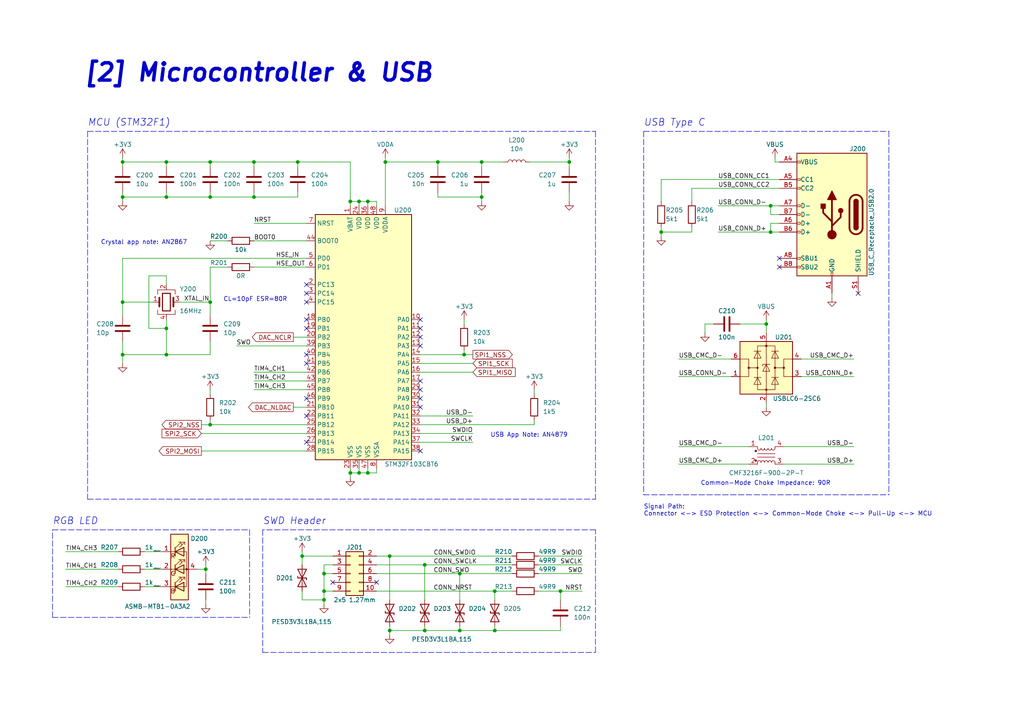
<source format=kicad_sch>
(kicad_sch (version 20231120) (generator "eeschema") (generator_version "8.0")
  (paper "A4")
  (title_block (title "Mixed-Signal Demo PCB") (date "2021-12-24") (rev "0.1") (company "Phil's Lab"))
  (lib_symbols
    (symbol "Connector:USB_C_Receptacle_USB2.0" (pin_names (offset 1.016))
      (property "Reference" "J" (at -10.16 19.05 0))
      (property "Value" "USB_C_Receptacle_USB2.0" (at 19.05 19.05 0))
      (symbol "USB_C_Receptacle_USB2.0_0_0"
        (rectangle (start -0.254 -17.78) (end 0.254 -16.764))
        (rectangle (start 10.16 -14.986) (end 9.144 -15.494))
        (rectangle (start 10.16 -12.446) (end 9.144 -12.954))
        (rectangle (start 10.16 -4.826) (end 9.144 -5.334))
        (rectangle (start 10.16 -2.286) (end 9.144 -2.794))
        (rectangle (start 10.16 0.254) (end 9.144 -0.254))
        (rectangle (start 10.16 2.794) (end 9.144 2.286))
        (rectangle (start 10.16 7.874) (end 9.144 7.366))
        (rectangle (start 10.16 10.414) (end 9.144 9.906))
        (rectangle (start 10.16 15.494) (end 9.144 14.986))
      )
      (symbol "USB_C_Receptacle_USB2.0_0_1"
        (rectangle (start -10.16 17.78) (end 10.16 -17.78) (stroke (width 0.254)) (fill (type background)))
        (arc (start -8.89 -3.81) (mid -6.985 -5.7066) (end -5.08 -3.81) (stroke (width 0.508)))
        (arc (start -7.62 -3.81) (mid -6.985 -4.4422) (end -6.35 -3.81) (stroke (width 0.254)))
        (arc (start -7.62 -3.81) (mid -6.985 -4.4422) (end -6.35 -3.81) (stroke (width 0.254)) (fill (type outline)))
        (rectangle (start -7.62 -3.81) (end -6.35 3.81) (stroke (width 0.254)) (fill (type outline)))
        (arc (start -6.35 3.81) (mid -6.985 4.4422) (end -7.62 3.81) (stroke (width 0.254)))
        (arc (start -6.35 3.81) (mid -6.985 4.4422) (end -7.62 3.81) (stroke (width 0.254)) (fill (type outline)))
        (arc (start -5.08 3.81) (mid -6.985 5.7066) (end -8.89 3.81) (stroke (width 0.508)))
        (circle (center -2.54 1.143) (radius 0.635) (stroke (width 0.254)) (fill (type outline)))
        (circle (center 0 -5.842) (radius 1.27) (fill (type outline)))
        (polyline (pts (xy -8.89 -3.81) (xy -8.89 3.81)) (stroke (width 0.508)))
        (polyline (pts (xy -5.08 3.81) (xy -5.08 -3.81)) (stroke (width 0.508)))
        (polyline (pts (xy 0 -5.842) (xy 0 4.318)) (stroke (width 0.508)))
        (polyline (pts (xy 0 -3.302) (xy -2.54 -0.762) (xy -2.54 0.508)) (stroke (width 0.508)))
        (polyline (pts (xy 0 -2.032) (xy 2.54 0.508) (xy 2.54 1.778)) (stroke (width 0.508)))
        (polyline (pts (xy -1.27 4.318) (xy 0 6.858) (xy 1.27 4.318) (xy -1.27 4.318)) (stroke (width 0.254)) (fill (type outline)))
        (rectangle (start 1.905 1.778) (end 3.175 3.048) (stroke (width 0.254)) (fill (type outline)))
      )
      (symbol "USB_C_Receptacle_USB2.0_1_1"
        (pin passive line (at 0 -22.86 90) (length 5.08) (name "GND") (number "A1"))
        (pin passive line (at 0 -22.86 90) (length 5.08) hide (name "GND") (number "A12"))
        (pin passive line (at 15.24 15.24 180) (length 5.08) (name "VBUS") (number "A4"))
        (pin bidirectional line (at 15.24 10.16 180) (length 5.08) (name "CC1") (number "A5"))
        (pin bidirectional line (at 15.24 -2.54 180) (length 5.08) (name "D+") (number "A6"))
        (pin bidirectional line (at 15.24 2.54 180) (length 5.08) (name "D-") (number "A7"))
        (pin bidirectional line (at 15.24 -12.7 180) (length 5.08) (name "SBU1") (number "A8"))
        (pin passive line (at 15.24 15.24 180) (length 5.08) hide (name "VBUS") (number "A9"))
        (pin passive line (at 0 -22.86 90) (length 5.08) hide (name "GND") (number "B1"))
        (pin passive line (at 0 -22.86 90) (length 5.08) hide (name "GND") (number "B12"))
        (pin passive line (at 15.24 15.24 180) (length 5.08) hide (name "VBUS") (number "B4"))
        (pin bidirectional line (at 15.24 7.62 180) (length 5.08) (name "CC2") (number "B5"))
        (pin bidirectional line (at 15.24 -5.08 180) (length 5.08) (name "D+") (number "B6"))
        (pin bidirectional line (at 15.24 0 180) (length 5.08) (name "D-") (number "B7"))
        (pin bidirectional line (at 15.24 -15.24 180) (length 5.08) (name "SBU2") (number "B8"))
        (pin passive line (at 15.24 15.24 180) (length 5.08) hide (name "VBUS") (number "B9"))
        (pin passive line (at -7.62 -22.86 90) (length 5.08) (name "SHIELD") (number "S1"))
      )
    )
    (symbol "Connector_Generic:Conn_02x05_Odd_Even" (pin_names (offset 1.016) hide)
      (property "Reference" "J" (at 1.27 7.62 0))
      (property "Value" "Conn_02x05_Odd_Even" (at 1.27 -7.62 0))
      (symbol "Conn_02x05_Odd_Even_1_1"
        (rectangle (start -1.27 -4.953) (end 0 -5.207) (stroke (width 0.1524)))
        (rectangle (start -1.27 -2.413) (end 0 -2.667) (stroke (width 0.1524)))
        (rectangle (start -1.27 0.127) (end 0 -0.127) (stroke (width 0.1524)))
        (rectangle (start -1.27 2.667) (end 0 2.413) (stroke (width 0.1524)))
        (rectangle (start -1.27 5.207) (end 0 4.953) (stroke (width 0.1524)))
        (rectangle (start -1.27 6.35) (end 3.81 -6.35) (stroke (width 0.254)) (fill (type background)))
        (rectangle (start 3.81 -4.953) (end 2.54 -5.207) (stroke (width 0.1524)))
        (rectangle (start 3.81 -2.413) (end 2.54 -2.667) (stroke (width 0.1524)))
        (rectangle (start 3.81 0.127) (end 2.54 -0.127) (stroke (width 0.1524)))
        (rectangle (start 3.81 2.667) (end 2.54 2.413) (stroke (width 0.1524)))
        (rectangle (start 3.81 5.207) (end 2.54 4.953) (stroke (width 0.1524)))
        (pin passive line (at -5.08 5.08 0) (length 3.81) (name "Pin_1") (number "1"))
        (pin passive line (at 7.62 -5.08 180) (length 3.81) (name "Pin_10") (number "10"))
        (pin passive line (at 7.62 5.08 180) (length 3.81) (name "Pin_2") (number "2"))
        (pin passive line (at -5.08 2.54 0) (length 3.81) (name "Pin_3") (number "3"))
        (pin passive line (at 7.62 2.54 180) (length 3.81) (name "Pin_4") (number "4"))
        (pin passive line (at -5.08 0 0) (length 3.81) (name "Pin_5") (number "5"))
        (pin passive line (at 7.62 0 180) (length 3.81) (name "Pin_6") (number "6"))
        (pin passive line (at -5.08 -2.54 0) (length 3.81) (name "Pin_7") (number "7"))
        (pin passive line (at 7.62 -2.54 180) (length 3.81) (name "Pin_8") (number "8"))
        (pin passive line (at -5.08 -5.08 0) (length 3.81) (name "Pin_9") (number "9"))
      )
    )
    (symbol "Device:C" (pin_numbers hide) (pin_names (offset 0.254))
      (property "Reference" "C" (at 0.635 2.54 0))
      (property "Value" "C" (at 0.635 -2.54 0))
      (symbol "C_0_1"
        (polyline (pts (xy -2.032 -0.762) (xy 2.032 -0.762)) (stroke (width 0.508)))
        (polyline (pts (xy -2.032 0.762) (xy 2.032 0.762)) (stroke (width 0.508)))
      )
      (symbol "C_1_1"
        (pin passive line (at 0 3.81 270) (length 2.794) (name "~") (number "1"))
        (pin passive line (at 0 -3.81 90) (length 2.794) (name "~") (number "2"))
      )
    )
    (symbol "Device:Crystal_GND24" (pin_names (offset 1.016) hide)
      (property "Reference" "Y" (at 3.175 5.08 0))
      (property "Value" "Crystal_GND24" (at 3.175 3.175 0))
      (symbol "Crystal_GND24_0_1"
        (rectangle (start -1.143 2.54) (end 1.143 -2.54) (stroke (width 0.3048)))
        (polyline (pts (xy -2.54 0) (xy -2.032 0)))
        (polyline (pts (xy -2.032 -1.27) (xy -2.032 1.27)) (stroke (width 0.508)))
        (polyline (pts (xy 0 -3.81) (xy 0 -3.556)))
        (polyline (pts (xy 0 3.556) (xy 0 3.81)))
        (polyline (pts (xy 2.032 -1.27) (xy 2.032 1.27)) (stroke (width 0.508)))
        (polyline (pts (xy 2.032 0) (xy 2.54 0)))
        (polyline (pts (xy -2.54 -2.286) (xy -2.54 -3.556) (xy 2.54 -3.556) (xy 2.54 -2.286)))
        (polyline (pts (xy -2.54 2.286) (xy -2.54 3.556) (xy 2.54 3.556) (xy 2.54 2.286)))
      )
      (symbol "Crystal_GND24_1_1"
        (pin passive line (at -3.81 0 0) (length 1.27) (name "1") (number "1"))
        (pin passive line (at 0 5.08 270) (length 1.27) (name "2") (number "2"))
        (pin passive line (at 3.81 0 180) (length 1.27) (name "3") (number "3"))
        (pin passive line (at 0 -5.08 90) (length 1.27) (name "4") (number "4"))
      )
    )
    (symbol "Device:D_TVS" (pin_numbers hide) (pin_names (offset 1.016) hide)
      (property "Reference" "D" (at 0 2.54 0))
      (property "Value" "D_TVS" (at 0 -2.54 0))
      (symbol "D_TVS_0_1"
        (polyline (pts (xy 1.27 0) (xy -1.27 0)))
        (polyline (pts (xy 0.508 1.27) (xy 0 1.27) (xy 0 -1.27) (xy -0.508 -1.27)) (stroke (width 0.254)))
        (polyline (pts (xy -2.54 1.27) (xy -2.54 -1.27) (xy 2.54 1.27) (xy 2.54 -1.27) (xy -2.54 1.27)) (stroke (width 0.254)))
      )
      (symbol "D_TVS_1_1"
        (pin passive line (at -3.81 0 0) (length 2.54) (name "A1") (number "1"))
        (pin passive line (at 3.81 0 180) (length 2.54) (name "A2") (number "2"))
      )
    )
    (symbol "Device:EMI_Filter_LL_1423" (pin_names hide)
      (property "Reference" "FL" (at 0 4.445 0))
      (property "Value" "Device_EMI_Filter_LL_1423" (at 0 -4.445 0))
      (symbol "EMI_Filter_LL_1423_0_1"
        (circle (center -3.048 -1.27) (radius 0.254) (fill (type outline)))
        (circle (center -3.048 1.524) (radius 0.254) (fill (type outline)))
        (arc (start -2.54 2.032) (mid -2.032 1.5262) (end -1.524 2.032))
        (arc (start -1.524 -2.032) (mid -2.032 -1.5262) (end -2.54 -2.032))
        (arc (start -1.524 2.032) (mid -1.016 1.5262) (end -0.508 2.032))
        (arc (start -0.508 -2.032) (mid -1.016 -1.5262) (end -1.524 -2.032))
        (arc (start -0.508 2.032) (mid 0 1.5262) (end 0.508 2.032))
        (polyline (pts (xy -2.54 -2.032) (xy -2.54 -2.54)))
        (polyline (pts (xy -2.54 0.508) (xy 2.54 0.508)))
        (polyline (pts (xy -2.54 2.032) (xy -2.54 2.54)))
        (polyline (pts (xy 2.54 -2.032) (xy 2.54 -2.54)))
        (polyline (pts (xy 2.54 -0.508) (xy -2.54 -0.508)))
        (polyline (pts (xy 2.54 2.54) (xy 2.54 2.032)))
        (arc (start 0.508 -2.032) (mid 0 -1.5262) (end -0.508 -2.032))
        (arc (start 0.508 2.032) (mid 1.016 1.5262) (end 1.524 2.032))
        (arc (start 1.524 -2.032) (mid 1.016 -1.5262) (end 0.508 -2.032))
        (arc (start 1.524 2.032) (mid 2.032 1.5262) (end 2.54 2.032))
        (arc (start 2.54 -2.032) (mid 2.032 -1.5262) (end 1.524 -2.032))
      )
      (symbol "EMI_Filter_LL_1423_1_1"
        (pin passive line (at -5.08 -2.54 0) (length 2.54) (name "1") (number "1"))
        (pin passive line (at -5.08 2.54 0) (length 2.54) (name "2") (number "2"))
        (pin passive line (at 5.08 2.54 180) (length 2.54) (name "3") (number "3"))
        (pin passive line (at 5.08 -2.54 180) (length 2.54) (name "4") (number "4"))
      )
    )
    (symbol "Device:L" (pin_numbers hide) (pin_names (offset 1.016) hide)
      (property "Reference" "L" (at -1.27 0 90))
      (property "Value" "L" (at 1.905 0 90))
      (symbol "L_0_1"
        (arc (start 0 -2.54) (mid 0.6323 -1.905) (end 0 -1.27))
        (arc (start 0 -1.27) (mid 0.6323 -0.635) (end 0 0))
        (arc (start 0 0) (mid 0.6323 0.635) (end 0 1.27))
        (arc (start 0 1.27) (mid 0.6323 1.905) (end 0 2.54))
      )
      (symbol "L_1_1"
        (pin passive line (at 0 3.81 270) (length 1.27) (name "1") (number "1"))
        (pin passive line (at 0 -3.81 90) (length 1.27) (name "2") (number "2"))
      )
    )
    (symbol "Device:R" (pin_numbers hide) (pin_names (offset 0))
      (property "Reference" "R" (at 2.032 0 90))
      (property "Value" "R" (at 0 0 90))
      (symbol "R_0_1"
        (rectangle (start -1.016 -2.54) (end 1.016 2.54) (stroke (width 0.254)))
      )
      (symbol "R_1_1"
        (pin passive line (at 0 3.81 270) (length 1.27) (name "~") (number "1"))
        (pin passive line (at 0 -3.81 90) (length 1.27) (name "~") (number "2"))
      )
    )
    (symbol "LED:ASMB-MTB1-0A3A2" (pin_names (offset 0) hide)
      (property "Reference" "D" (at 0 12.7 0))
      (property "Value" "ASMB-MTB1-0A3A2" (at 1.27 -11.43 0))
      (symbol "ASMB-MTB1-0A3A2_0_0"
        (text "B" (at -1.905 -6.35 0) (effects (font (size 1.27 1.27))))
        (text "G" (at -1.905 -1.27 0) (effects (font (size 1.27 1.27))))
        (text "R" (at -1.905 3.81 0) (effects (font (size 1.27 1.27))))
      )
      (symbol "ASMB-MTB1-0A3A2_0_1"
        (polyline (pts (xy -2.54 -5.08) (xy 1.27 -5.08)))
        (polyline (pts (xy -1.27 -3.81) (xy -1.27 -6.35)) (stroke (width 0.254)))
        (polyline (pts (xy -1.27 1.27) (xy -1.27 -1.27)) (stroke (width 0.254)))
        (polyline (pts (xy -1.27 6.35) (xy -1.27 3.81)) (stroke (width 0.254)))
        (polyline (pts (xy 1.27 5.08) (xy -2.54 5.08)))
        (polyline (pts (xy 2.54 0) (xy -2.54 0)))
        (polyline (pts (xy 1.27 -5.08) (xy 2.032 -5.08) (xy 2.032 5.08) (xy 1.27 5.08)))
        (polyline (pts (xy 1.27 -3.81) (xy 1.27 -6.35) (xy -1.27 -5.08) (xy 1.27 -3.81)) (stroke (width 0.254)))
        (polyline (pts (xy 1.27 1.27) (xy 1.27 -1.27) (xy -1.27 0) (xy 1.27 1.27)) (stroke (width 0.254)))
        (polyline (pts (xy 1.27 6.35) (xy 1.27 3.81) (xy -1.27 5.08) (xy 1.27 6.35)) (stroke (width 0.254)))
        (polyline (pts (xy -1.016 -3.81) (xy 0.508 -2.286) (xy -0.254 -2.286) (xy 0.508 -2.286) (xy 0.508 -3.048)))
        (polyline (pts (xy -1.016 1.27) (xy 0.508 2.794) (xy -0.254 2.794) (xy 0.508 2.794) (xy 0.508 2.032)))
        (polyline (pts (xy -1.016 6.35) (xy 0.508 7.874) (xy -0.254 7.874) (xy 0.508 7.874) (xy 0.508 7.112)))
        (polyline (pts (xy 0 -3.81) (xy 1.524 -2.286) (xy 0.762 -2.286) (xy 1.524 -2.286) (xy 1.524 -3.048)))
        (polyline (pts (xy 0 1.27) (xy 1.524 2.794) (xy 0.762 2.794) (xy 1.524 2.794) (xy 1.524 2.032)))
        (polyline (pts (xy 0 6.35) (xy 1.524 7.874) (xy 0.762 7.874) (xy 1.524 7.874) (xy 1.524 7.112)))
        (rectangle (start 1.27 6.35) (end 1.27 6.35))
        (circle (center 2.032 0) (radius 0.254) (fill (type outline)))
        (rectangle (start 2.54 -8.89) (end -2.54 10.16) (stroke (width 0.254)) (fill (type background)))
      )
      (symbol "ASMB-MTB1-0A3A2_1_1"
        (pin passive line (at -5.08 5.08 0) (length 2.54) (name "RK") (number "1"))
        (pin passive line (at -5.08 0 0) (length 2.54) (name "GK") (number "2"))
        (pin passive line (at -5.08 -5.08 0) (length 2.54) (name "BK") (number "3"))
        (pin passive line (at 5.08 0 180) (length 2.54) (name "A") (number "4"))
      )
    )
    (symbol "MCU_ST_STM32F1:STM32F103CBTx"
      (property "Reference" "U" (at -15.24 36.83 0))
      (property "Value" "STM32F103CBTx" (at 7.62 36.83 0))
      (symbol "STM32F103CBTx_0_1"
        (rectangle (start -15.24 -35.56) (end 12.7 35.56) (stroke (width 0.254)) (fill (type background)))
      )
      (symbol "STM32F103CBTx_1_1"
        (pin power_in line (at -5.08 38.1 270) (length 2.54) (name "VBAT") (number "1"))
        (pin bidirectional line (at 15.24 5.08 180) (length 2.54) (name "PA0") (number "10"))
        (pin bidirectional line (at 15.24 2.54 180) (length 2.54) (name "PA1") (number "11"))
        (pin bidirectional line (at 15.24 0 180) (length 2.54) (name "PA2") (number "12"))
        (pin bidirectional line (at 15.24 -2.54 180) (length 2.54) (name "PA3") (number "13"))
        (pin bidirectional line (at 15.24 -5.08 180) (length 2.54) (name "PA4") (number "14"))
        (pin bidirectional line (at 15.24 -7.62 180) (length 2.54) (name "PA5") (number "15"))
        (pin bidirectional line (at 15.24 -10.16 180) (length 2.54) (name "PA6") (number "16"))
        (pin bidirectional line (at 15.24 -12.7 180) (length 2.54) (name "PA7") (number "17"))
        (pin bidirectional line (at -17.78 5.08 0) (length 2.54) (name "PB0") (number "18"))
        (pin bidirectional line (at -17.78 2.54 0) (length 2.54) (name "PB1") (number "19"))
        (pin bidirectional line (at -17.78 15.24 0) (length 2.54) (name "PC13") (number "2"))
        (pin bidirectional line (at -17.78 0 0) (length 2.54) (name "PB2") (number "20"))
        (pin bidirectional line (at -17.78 -20.32 0) (length 2.54) (name "PB10") (number "21"))
        (pin bidirectional line (at -17.78 -22.86 0) (length 2.54) (name "PB11") (number "22"))
        (pin power_in line (at -5.08 -38.1 90) (length 2.54) (name "VSS") (number "23"))
        (pin power_in line (at -2.54 38.1 270) (length 2.54) (name "VDD") (number "24"))
        (pin bidirectional line (at -17.78 -25.4 0) (length 2.54) (name "PB12") (number "25"))
        (pin bidirectional line (at -17.78 -27.94 0) (length 2.54) (name "PB13") (number "26"))
        (pin bidirectional line (at -17.78 -30.48 0) (length 2.54) (name "PB14") (number "27"))
        (pin bidirectional line (at -17.78 -33.02 0) (length 2.54) (name "PB15") (number "28"))
        (pin bidirectional line (at 15.24 -15.24 180) (length 2.54) (name "PA8") (number "29"))
        (pin bidirectional line (at -17.78 12.7 0) (length 2.54) (name "PC14") (number "3"))
        (pin bidirectional line (at 15.24 -17.78 180) (length 2.54) (name "PA9") (number "30"))
        (pin bidirectional line (at 15.24 -20.32 180) (length 2.54) (name "PA10") (number "31"))
        (pin bidirectional line (at 15.24 -22.86 180) (length 2.54) (name "PA11") (number "32"))
        (pin bidirectional line (at 15.24 -25.4 180) (length 2.54) (name "PA12") (number "33"))
        (pin bidirectional line (at 15.24 -27.94 180) (length 2.54) (name "PA13") (number "34"))
        (pin power_in line (at -2.54 -38.1 90) (length 2.54) (name "VSS") (number "35"))
        (pin power_in line (at 0 38.1 270) (length 2.54) (name "VDD") (number "36"))
        (pin bidirectional line (at 15.24 -30.48 180) (length 2.54) (name "PA14") (number "37"))
        (pin bidirectional line (at 15.24 -33.02 180) (length 2.54) (name "PA15") (number "38"))
        (pin bidirectional line (at -17.78 -2.54 0) (length 2.54) (name "PB3") (number "39"))
        (pin bidirectional line (at -17.78 10.16 0) (length 2.54) (name "PC15") (number "4"))
        (pin bidirectional line (at -17.78 -5.08 0) (length 2.54) (name "PB4") (number "40"))
        (pin bidirectional line (at -17.78 -7.62 0) (length 2.54) (name "PB5") (number "41"))
        (pin bidirectional line (at -17.78 -10.16 0) (length 2.54) (name "PB6") (number "42"))
        (pin bidirectional line (at -17.78 -12.7 0) (length 2.54) (name "PB7") (number "43"))
        (pin input line (at -17.78 27.94 0) (length 2.54) (name "BOOT0") (number "44"))
        (pin bidirectional line (at -17.78 -15.24 0) (length 2.54) (name "PB8") (number "45"))
        (pin bidirectional line (at -17.78 -17.78 0) (length 2.54) (name "PB9") (number "46"))
        (pin power_in line (at 0 -38.1 90) (length 2.54) (name "VSS") (number "47"))
        (pin power_in line (at 2.54 38.1 270) (length 2.54) (name "VDD") (number "48"))
        (pin input line (at -17.78 22.86 0) (length 2.54) (name "PD0") (number "5"))
        (pin input line (at -17.78 20.32 0) (length 2.54) (name "PD1") (number "6"))
        (pin input line (at -17.78 33.02 0) (length 2.54) (name "NRST") (number "7"))
        (pin power_in line (at 2.54 -38.1 90) (length 2.54) (name "VSSA") (number "8"))
        (pin power_in line (at 5.08 38.1 270) (length 2.54) (name "VDDA") (number "9"))
      )
    )
    (symbol "Power_Protection:USBLC6-2SC6" (pin_names hide)
      (property "Reference" "U" (at 2.54 8.89 0))
      (property "Value" "USBLC6-2SC6" (at 2.54 -8.89 0))
      (symbol "USBLC6-2SC6_0_1"
        (rectangle (start -7.62 -7.62) (end 7.62 7.62) (stroke (width 0.254)) (fill (type background)))
        (circle (center -5.08 0) (radius 0.254) (fill (type outline)))
        (circle (center -2.54 0) (radius 0.254) (fill (type outline)))
        (rectangle (start -2.54 6.35) (end 2.54 -6.35))
        (circle (center 0 -6.35) (radius 0.254) (fill (type outline)))
        (polyline (pts (xy -5.08 -2.54) (xy -7.62 -2.54)))
        (polyline (pts (xy -5.08 0) (xy -5.08 -2.54)))
        (polyline (pts (xy -5.08 2.54) (xy -7.62 2.54)))
        (polyline (pts (xy -1.524 -2.794) (xy -3.556 -2.794)))
        (polyline (pts (xy -1.524 4.826) (xy -3.556 4.826)))
        (polyline (pts (xy 0 -7.62) (xy 0 -6.35)))
        (polyline (pts (xy 0 -6.35) (xy 0 1.27)))
        (polyline (pts (xy 0 1.27) (xy 0 6.35)))
        (polyline (pts (xy 0 6.35) (xy 0 7.62)))
        (polyline (pts (xy 1.524 -2.794) (xy 3.556 -2.794)))
        (polyline (pts (xy 1.524 4.826) (xy 3.556 4.826)))
        (polyline (pts (xy 5.08 -2.54) (xy 7.62 -2.54)))
        (polyline (pts (xy 5.08 0) (xy 5.08 -2.54)))
        (polyline (pts (xy 5.08 2.54) (xy 7.62 2.54)))
        (polyline (pts (xy -2.54 0) (xy -5.08 0) (xy -5.08 2.54)))
        (polyline (pts (xy 2.54 0) (xy 5.08 0) (xy 5.08 2.54)))
        (polyline (pts (xy -3.556 -4.826) (xy -1.524 -4.826) (xy -2.54 -2.794) (xy -3.556 -4.826)))
        (polyline (pts (xy -3.556 2.794) (xy -1.524 2.794) (xy -2.54 4.826) (xy -3.556 2.794)))
        (polyline (pts (xy -1.016 -1.016) (xy 1.016 -1.016) (xy 0 1.016) (xy -1.016 -1.016)))
        (polyline (pts (xy 1.016 1.016) (xy 0.762 1.016) (xy -1.016 1.016) (xy -1.016 0.508)))
        (polyline (pts (xy 3.556 -4.826) (xy 1.524 -4.826) (xy 2.54 -2.794) (xy 3.556 -4.826)))
        (polyline (pts (xy 3.556 2.794) (xy 1.524 2.794) (xy 2.54 4.826) (xy 3.556 2.794)))
        (circle (center 0 6.35) (radius 0.254) (fill (type outline)))
        (circle (center 2.54 0) (radius 0.254) (fill (type outline)))
        (circle (center 5.08 0) (radius 0.254) (fill (type outline)))
      )
      (symbol "USBLC6-2SC6_1_1"
        (pin passive line (at -10.16 -2.54 0) (length 2.54) (name "I/O1") (number "1"))
        (pin passive line (at 0 -10.16 90) (length 2.54) (name "GND") (number "2"))
        (pin passive line (at 10.16 -2.54 180) (length 2.54) (name "I/O2") (number "3"))
        (pin passive line (at 10.16 2.54 180) (length 2.54) (name "I/O2") (number "4"))
        (pin passive line (at 0 10.16 270) (length 2.54) (name "VBUS") (number "5"))
        (pin passive line (at -10.16 2.54 0) (length 2.54) (name "I/O1") (number "6"))
      )
    )
    (symbol "power:+3V3" (power) (pin_names (offset 0))
      (property "Value" "+3V3" (at 0 3.556 0))
      (symbol "+3V3_0_1"
        (polyline (pts (xy -0.762 1.27) (xy 0 2.54)))
        (polyline (pts (xy 0 0) (xy 0 2.54)))
        (polyline (pts (xy 0 2.54) (xy 0.762 1.27)))
      )
      (symbol "+3V3_1_1"
        (pin power_in line (at 0 0 90) (length 0) hide (name "+3V3") (number "1"))
      )
    )
    (symbol "power:GND" (power) (pin_names (offset 0))
      (property "Value" "GND" (at 0 -3.81 0))
      (symbol "GND_0_1"
        (polyline (pts (xy 0 0) (xy 0 -1.27) (xy 1.27 -1.27) (xy 0 -2.54) (xy -1.27 -1.27) (xy 0 -1.27)))
      )
      (symbol "GND_1_1"
        (pin power_in line (at 0 0 270) (length 0) hide (name "GND") (number "1"))
      )
    )
    (symbol "power:VBUS" (power) (pin_names (offset 0))
      (property "Value" "VBUS" (at 0 3.81 0))
      (symbol "VBUS_0_1"
        (polyline (pts (xy -0.762 1.27) (xy 0 2.54)))
        (polyline (pts (xy 0 0) (xy 0 2.54)))
        (polyline (pts (xy 0 2.54) (xy 0.762 1.27)))
      )
      (symbol "VBUS_1_1"
        (pin power_in line (at 0 0 90) (length 0) hide (name "VBUS") (number "1"))
      )
    )
    (symbol "power:VDDA" (power) (pin_names (offset 0))
      (property "Value" "VDDA" (at 0 3.81 0))
      (symbol "VDDA_0_1"
        (polyline (pts (xy -0.762 1.27) (xy 0 2.54)))
        (polyline (pts (xy 0 0) (xy 0 2.54)))
        (polyline (pts (xy 0 2.54) (xy 0.762 1.27)))
      )
      (symbol "VDDA_1_1"
        (pin power_in line (at 0 0 90) (length 0) hide (name "VDDA") (number "1"))
      )
    )
  )
  (junction (at 48.26 46.99))
  (junction (at 48.26 57.15))
  (junction (at 139.7 46.99))
  (junction (at 139.7 57.15))
  (junction (at 35.56 102.87))
  (junction (at 165.1 46.99))
  (junction (at 133.35 166.37))
  (junction (at 143.51 182.88))
  (junction (at 191.77 67.31))
  (junction (at 123.19 182.88))
  (junction (at 143.51 171.45))
  (junction (at 223.52 67.31))
  (junction (at 93.98 171.45))
  (junction (at 59.69 165.1))
  (junction (at 35.56 87.63))
  (junction (at 48.26 95.25))
  (junction (at 101.6 58.42))
  (junction (at 87.63 161.29))
  (junction (at 104.14 58.42))
  (junction (at 86.36 46.99))
  (junction (at 60.96 87.63))
  (junction (at 60.96 46.99))
  (junction (at 35.56 46.99))
  (junction (at 222.25 93.98))
  (junction (at 35.56 57.15))
  (junction (at 127 46.99))
  (junction (at 123.19 163.83))
  (junction (at 48.26 102.87))
  (junction (at 73.66 46.99))
  (junction (at 223.52 59.69))
  (junction (at 73.66 57.15))
  (junction (at 113.03 182.88))
  (junction (at 111.76 46.99))
  (junction (at 104.14 137.16))
  (junction (at 133.35 182.88))
  (junction (at 60.96 123.19))
  (junction (at 101.6 137.16))
  (junction (at 162.56 171.45))
  (junction (at 106.68 137.16))
  (junction (at 134.62 102.87))
  (junction (at 113.03 161.29))
  (junction (at 106.68 58.42))
  (junction (at 93.98 173.99))
  (junction (at 60.96 57.15))
  (junction (at 93.98 166.37))
  (no_connect (at 88.9 95.25))
  (no_connect (at 88.9 92.71))
  (no_connect (at 109.22 168.91))
  (no_connect (at 248.92 85.09))
  (no_connect (at 121.92 115.57))
  (no_connect (at 88.9 82.55))
  (no_connect (at 121.92 118.11))
  (no_connect (at 121.92 97.79))
  (no_connect (at 121.92 130.81))
  (no_connect (at 121.92 113.03))
  (no_connect (at 88.9 120.65))
  (no_connect (at 121.92 92.71))
  (no_connect (at 226.06 77.47))
  (no_connect (at 88.9 102.87))
  (no_connect (at 121.92 100.33))
  (no_connect (at 88.9 105.41))
  (no_connect (at 121.92 110.49))
  (no_connect (at 121.92 95.25))
  (no_connect (at 88.9 128.27))
  (no_connect (at 88.9 85.09))
  (no_connect (at 96.52 168.91))
  (no_connect (at 88.9 87.63))
  (no_connect (at 88.9 115.57))
  (no_connect (at 226.06 74.93))
  (wire (pts (xy 222.25 93.98) (xy 222.25 92.71)))
  (polyline (pts (xy 72.39 153.67) (xy 72.39 179.07)) (stroke (width 0) (type dash)))
  (wire (pts (xy 86.36 57.15) (xy 86.36 55.88)))
  (wire (pts (xy 35.56 74.93) (xy 88.9 74.93)))
  (wire (pts (xy 93.98 173.99) (xy 87.63 173.99)))
  (wire (pts (xy 208.28 59.69) (xy 223.52 59.69)))
  (wire (pts (xy 222.25 118.11) (xy 222.25 116.84)))
  (wire (pts (xy 73.66 57.15) (xy 86.36 57.15)))
  (wire (pts (xy 162.56 181.61) (xy 162.56 182.88)))
  (wire (pts (xy 247.65 109.22) (xy 232.41 109.22)))
  (wire (pts (xy 59.69 165.1) (xy 59.69 166.37)))
  (wire (pts (xy 191.77 68.58) (xy 191.77 67.31)))
  (wire (pts (xy 127 46.99) (xy 111.76 46.99)))
  (wire (pts (xy 104.14 58.42) (xy 106.68 58.42)))
  (wire (pts (xy 204.47 93.98) (xy 207.01 93.98)))
  (wire (pts (xy 143.51 182.88) (xy 143.51 181.61)))
  (wire (pts (xy 59.69 175.26) (xy 59.69 173.99)))
  (wire (pts (xy 139.7 48.26) (xy 139.7 46.99)))
  (wire (pts (xy 48.26 46.99) (xy 35.56 46.99)))
  (wire (pts (xy 133.35 182.88) (xy 143.51 182.88)))
  (wire (pts (xy 224.79 45.72) (xy 224.79 46.99)))
  (wire (pts (xy 60.96 48.26) (xy 60.96 46.99)))
  (wire (pts (xy 48.26 95.25) (xy 48.26 102.87)))
  (wire (pts (xy 191.77 52.07) (xy 226.06 52.07)))
  (wire (pts (xy 73.66 55.88) (xy 73.66 57.15)))
  (wire (pts (xy 200.66 67.31) (xy 200.66 66.04)))
  (wire (pts (xy 162.56 171.45) (xy 168.91 171.45)))
  (wire (pts (xy 87.63 160.02) (xy 87.63 161.29)))
  (wire (pts (xy 43.18 80.01) (xy 43.18 95.25)))
  (wire (pts (xy 139.7 55.88) (xy 139.7 57.15)))
  (wire (pts (xy 191.77 67.31) (xy 191.77 66.04)))
  (polyline (pts (xy 186.69 38.1) (xy 186.69 143.51)) (stroke (width 0) (type dash)))
  (wire (pts (xy 123.19 173.99) (xy 123.19 163.83)))
  (wire (pts (xy 196.85 109.22) (xy 212.09 109.22)))
  (wire (pts (xy 48.26 80.01) (xy 43.18 80.01)))
  (wire (pts (xy 96.52 171.45) (xy 93.98 171.45)))
  (polyline (pts (xy 172.72 153.67) (xy 76.2 153.67)) (stroke (width 0) (type dash)))
  (wire (pts (xy 196.85 134.62) (xy 217.17 134.62)))
  (wire (pts (xy 156.21 163.83) (xy 168.91 163.83)))
  (wire (pts (xy 48.26 57.15) (xy 60.96 57.15)))
  (polyline (pts (xy 186.69 143.51) (xy 257.81 143.51)) (stroke (width 0) (type dash)))
  (wire (pts (xy 34.29 170.18) (xy 19.05 170.18)))
  (wire (pts (xy 113.03 173.99) (xy 113.03 161.29)))
  (wire (pts (xy 223.52 67.31) (xy 208.28 67.31)))
  (wire (pts (xy 35.56 102.87) (xy 35.56 99.06)))
  (wire (pts (xy 60.96 121.92) (xy 60.96 123.19)))
  (wire (pts (xy 60.96 102.87) (xy 60.96 99.06)))
  (wire (pts (xy 165.1 45.72) (xy 165.1 46.99)))
  (wire (pts (xy 113.03 184.15) (xy 113.03 182.88)))
  (wire (pts (xy 137.16 125.73) (xy 121.92 125.73)))
  (polyline (pts (xy 172.72 189.23) (xy 172.72 153.67)) (stroke (width 0) (type dash)))
  (wire (pts (xy 60.96 57.15) (xy 73.66 57.15)))
  (wire (pts (xy 121.92 107.95) (xy 137.16 107.95)))
  (wire (pts (xy 196.85 104.14) (xy 212.09 104.14)))
  (wire (pts (xy 162.56 173.99) (xy 162.56 171.45)))
  (polyline (pts (xy 76.2 153.67) (xy 76.2 189.23)) (stroke (width 0) (type dash)))
  (wire (pts (xy 214.63 93.98) (xy 222.25 93.98)))
  (wire (pts (xy 35.56 46.99) (xy 35.56 48.26)))
  (wire (pts (xy 41.91 165.1) (xy 46.99 165.1)))
  (wire (pts (xy 154.94 123.19) (xy 154.94 121.92)))
  (wire (pts (xy 247.65 134.62) (xy 227.33 134.62)))
  (wire (pts (xy 34.29 160.02) (xy 19.05 160.02)))
  (wire (pts (xy 109.22 161.29) (xy 113.03 161.29)))
  (polyline (pts (xy 186.69 38.1) (xy 257.81 38.1)) (stroke (width 0) (type dash)))
  (wire (pts (xy 247.65 104.14) (xy 232.41 104.14)))
  (wire (pts (xy 19.05 165.1) (xy 34.29 165.1)))
  (wire (pts (xy 121.92 120.65) (xy 137.16 120.65)))
  (wire (pts (xy 73.66 110.49) (xy 88.9 110.49)))
  (wire (pts (xy 58.42 130.81) (xy 88.9 130.81)))
  (wire (pts (xy 109.22 163.83) (xy 123.19 163.83)))
  (wire (pts (xy 223.52 59.69) (xy 226.06 59.69)))
  (wire (pts (xy 154.94 123.19) (xy 121.92 123.19)))
  (wire (pts (xy 48.26 92.71) (xy 48.26 95.25)))
  (wire (pts (xy 109.22 166.37) (xy 133.35 166.37)))
  (polyline (pts (xy 172.72 38.1) (xy 172.72 144.78)) (stroke (width 0) (type dash)))
  (polyline (pts (xy 15.24 153.67) (xy 72.39 153.67)) (stroke (width 0) (type dash)))
  (wire (pts (xy 247.65 129.54) (xy 227.33 129.54)))
  (wire (pts (xy 86.36 48.26) (xy 86.36 46.99)))
  (wire (pts (xy 113.03 161.29) (xy 148.59 161.29)))
  (wire (pts (xy 123.19 181.61) (xy 123.19 182.88)))
  (wire (pts (xy 165.1 55.88) (xy 165.1 58.42)))
  (wire (pts (xy 143.51 173.99) (xy 143.51 171.45)))
  (wire (pts (xy 43.18 95.25) (xy 48.26 95.25)))
  (wire (pts (xy 226.06 64.77) (xy 223.52 64.77)))
  (wire (pts (xy 133.35 181.61) (xy 133.35 182.88)))
  (wire (pts (xy 35.56 58.42) (xy 35.56 57.15)))
  (polyline (pts (xy 25.4 144.78) (xy 172.72 144.78)) (stroke (width 0) (type dash)))
  (polyline (pts (xy 257.81 38.1) (xy 257.81 143.51)) (stroke (width 0) (type dash)))
  (wire (pts (xy 168.91 161.29) (xy 156.21 161.29)))
  (wire (pts (xy 60.96 46.99) (xy 48.26 46.99)))
  (wire (pts (xy 60.96 123.19) (xy 88.9 123.19)))
  (wire (pts (xy 154.94 113.03) (xy 154.94 114.3)))
  (wire (pts (xy 35.56 102.87) (xy 48.26 102.87)))
  (wire (pts (xy 101.6 58.42) (xy 104.14 58.42)))
  (wire (pts (xy 123.19 182.88) (xy 133.35 182.88)))
  (wire (pts (xy 86.36 46.99) (xy 73.66 46.99)))
  (wire (pts (xy 224.79 46.99) (xy 226.06 46.99)))
  (wire (pts (xy 200.66 58.42) (xy 200.66 54.61)))
  (wire (pts (xy 58.42 123.19) (xy 60.96 123.19)))
  (wire (pts (xy 35.56 105.41) (xy 35.56 102.87)))
  (wire (pts (xy 127 48.26) (xy 127 46.99)))
  (wire (pts (xy 35.56 87.63) (xy 44.45 87.63)))
  (wire (pts (xy 41.91 170.18) (xy 46.99 170.18)))
  (wire (pts (xy 146.05 46.99) (xy 139.7 46.99)))
  (wire (pts (xy 127 46.99) (xy 139.7 46.99)))
  (wire (pts (xy 106.68 58.42) (xy 109.22 58.42)))
  (wire (pts (xy 204.47 96.52) (xy 204.47 93.98)))
  (wire (pts (xy 134.62 101.6) (xy 134.62 102.87)))
  (wire (pts (xy 104.14 59.69) (xy 104.14 58.42)))
  (wire (pts (xy 35.56 46.99) (xy 35.56 45.72)))
  (wire (pts (xy 153.67 46.99) (xy 165.1 46.99)))
  (wire (pts (xy 101.6 46.99) (xy 101.6 58.42)))
  (wire (pts (xy 241.3 86.36) (xy 241.3 85.09)))
  (wire (pts (xy 223.52 62.23) (xy 223.52 59.69)))
  (wire (pts (xy 133.35 166.37) (xy 148.59 166.37)))
  (wire (pts (xy 93.98 166.37) (xy 93.98 163.83)))
  (wire (pts (xy 123.19 163.83) (xy 148.59 163.83)))
  (wire (pts (xy 48.26 55.88) (xy 48.26 57.15)))
  (wire (pts (xy 60.96 91.44) (xy 60.96 87.63)))
  (wire (pts (xy 48.26 102.87) (xy 60.96 102.87)))
  (wire (pts (xy 104.14 137.16) (xy 106.68 137.16)))
  (wire (pts (xy 101.6 138.43) (xy 101.6 137.16)))
  (wire (pts (xy 88.9 113.03) (xy 73.66 113.03)))
  (polyline (pts (xy 15.24 179.07) (xy 15.24 153.67)) (stroke (width 0) (type dash)))
  (wire (pts (xy 223.52 67.31) (xy 226.06 67.31)))
  (polyline (pts (xy 25.4 38.1) (xy 172.72 38.1)) (stroke (width 0) (type dash)))
  (wire (pts (xy 127 57.15) (xy 127 55.88)))
  (wire (pts (xy 35.56 57.15) (xy 48.26 57.15)))
  (wire (pts (xy 101.6 137.16) (xy 101.6 135.89)))
  (wire (pts (xy 191.77 58.42) (xy 191.77 52.07)))
  (wire (pts (xy 85.09 97.79) (xy 88.9 97.79)))
  (wire (pts (xy 109.22 137.16) (xy 109.22 135.89)))
  (wire (pts (xy 85.09 118.11) (xy 88.9 118.11)))
  (wire (pts (xy 156.21 171.45) (xy 162.56 171.45)))
  (wire (pts (xy 109.22 171.45) (xy 143.51 171.45)))
  (wire (pts (xy 226.06 62.23) (xy 223.52 62.23)))
  (wire (pts (xy 41.91 160.02) (xy 46.99 160.02)))
  (wire (pts (xy 60.96 87.63) (xy 52.07 87.63)))
  (wire (pts (xy 106.68 137.16) (xy 109.22 137.16)))
  (wire (pts (xy 73.66 48.26) (xy 73.66 46.99)))
  (polyline (pts (xy 25.4 38.1) (xy 25.4 144.78)) (stroke (width 0) (type dash)))
  (wire (pts (xy 57.15 165.1) (xy 59.69 165.1)))
  (wire (pts (xy 104.14 135.89) (xy 104.14 137.16)))
  (wire (pts (xy 73.66 64.77) (xy 88.9 64.77)))
  (wire (pts (xy 101.6 137.16) (xy 104.14 137.16)))
  (wire (pts (xy 106.68 59.69) (xy 106.68 58.42)))
  (polyline (pts (xy 15.24 179.07) (xy 72.39 179.07)) (stroke (width 0) (type dash)))
  (wire (pts (xy 87.63 173.99) (xy 87.63 171.45)))
  (wire (pts (xy 121.92 102.87) (xy 134.62 102.87)))
  (wire (pts (xy 66.04 77.47) (xy 60.96 77.47)))
  (wire (pts (xy 48.26 82.55) (xy 48.26 80.01)))
  (wire (pts (xy 137.16 128.27) (xy 121.92 128.27)))
  (wire (pts (xy 133.35 173.99) (xy 133.35 166.37)))
  (wire (pts (xy 93.98 173.99) (xy 93.98 175.26)))
  (wire (pts (xy 113.03 182.88) (xy 123.19 182.88)))
  (wire (pts (xy 191.77 67.31) (xy 200.66 67.31)))
  (wire (pts (xy 35.56 74.93) (xy 35.56 87.63)))
  (wire (pts (xy 73.66 77.47) (xy 88.9 77.47)))
  (wire (pts (xy 165.1 46.99) (xy 165.1 48.26)))
  (wire (pts (xy 93.98 171.45) (xy 93.98 173.99)))
  (wire (pts (xy 143.51 182.88) (xy 162.56 182.88)))
  (wire (pts (xy 96.52 161.29) (xy 87.63 161.29)))
  (wire (pts (xy 60.96 113.03) (xy 60.96 114.3)))
  (wire (pts (xy 109.22 59.69) (xy 109.22 58.42)))
  (wire (pts (xy 113.03 182.88) (xy 113.03 181.61)))
  (wire (pts (xy 87.63 161.29) (xy 87.63 163.83)))
  (wire (pts (xy 222.25 93.98) (xy 222.25 96.52)))
  (wire (pts (xy 58.42 125.73) (xy 88.9 125.73)))
  (wire (pts (xy 59.69 165.1) (xy 59.69 163.83)))
  (wire (pts (xy 200.66 54.61) (xy 226.06 54.61)))
  (wire (pts (xy 121.92 105.41) (xy 137.16 105.41)))
  (wire (pts (xy 60.96 77.47) (xy 60.96 87.63)))
  (wire (pts (xy 68.58 100.33) (xy 88.9 100.33)))
  (wire (pts (xy 48.26 48.26) (xy 48.26 46.99)))
  (wire (pts (xy 101.6 58.42) (xy 101.6 59.69)))
  (wire (pts (xy 106.68 135.89) (xy 106.68 137.16)))
  (wire (pts (xy 60.96 69.85) (xy 66.04 69.85)))
  (wire (pts (xy 35.56 91.44) (xy 35.56 87.63)))
  (wire (pts (xy 96.52 166.37) (xy 93.98 166.37)))
  (wire (pts (xy 73.66 69.85) (xy 88.9 69.85)))
  (wire (pts (xy 60.96 55.88) (xy 60.96 57.15)))
  (wire (pts (xy 111.76 45.72) (xy 111.76 46.99)))
  (wire (pts (xy 86.36 46.99) (xy 101.6 46.99)))
  (wire (pts (xy 223.52 64.77) (xy 223.52 67.31)))
  (wire (pts (xy 111.76 46.99) (xy 111.76 59.69)))
  (wire (pts (xy 168.91 166.37) (xy 156.21 166.37)))
  (wire (pts (xy 88.9 107.95) (xy 73.66 107.95)))
  (wire (pts (xy 93.98 171.45) (xy 93.98 166.37)))
  (wire (pts (xy 143.51 171.45) (xy 148.59 171.45)))
  (wire (pts (xy 35.56 57.15) (xy 35.56 55.88)))
  (wire (pts (xy 139.7 58.42) (xy 139.7 57.15)))
  (wire (pts (xy 73.66 46.99) (xy 60.96 46.99)))
  (wire (pts (xy 196.85 129.54) (xy 217.17 129.54)))
  (wire (pts (xy 134.62 92.71) (xy 134.62 93.98)))
  (wire (pts (xy 134.62 102.87) (xy 137.16 102.87)))
  (polyline (pts (xy 76.2 189.23) (xy 172.72 189.23)) (stroke (width 0) (type dash)))
  (wire (pts (xy 93.98 163.83) (xy 96.52 163.83)))
  (wire (pts (xy 139.7 57.15) (xy 127 57.15)))
  (text "Signal Path:\nConnector <-> ESD Protection <-> Common-Mode Choke <-> Pull-Up <-> MCU\n" (at 186.69 149.86 0) (effects (font (size 1.27 1.27)) (justify left bottom)))
  (text "RGB LED" (at 15.24 152.4 0) (effects (font (size 2.0066 2.0066) (italic yes)) (justify left bottom)))
  (text "Crystal app note: AN2867" (at 29.21 71.12 0) (effects (font (size 1.27 1.27)) (justify left bottom)))
  (text "SWD Header" (at 76.2 152.4 0) (effects (font (size 2.0066 2.0066) (italic yes)) (justify left bottom)))
  (text "USB App Note: AN4879" (at 142.24 127 0) (effects (font (size 1.27 1.27)) (justify left bottom)))
  (text "Common-Mode Choke Impedance: 90R" (at 203.2 140.97 0) (effects (font (size 1.27 1.27)) (justify left bottom)))
  (text "[2] Microcontroller & USB" (at 24.13 24.13 0) (effects (font (size 5.0038 5.0038) (thickness 1.0008) (bold yes) (italic yes)) (justify left bottom)))
  (text "CL=10pF ESR=80R" (at 64.77 87.63 0) (effects (font (size 1.27 1.27)) (justify left bottom)))
  (text "MCU (STM32F1)" (at 25.4 36.83 0) (effects (font (size 2.0066 2.0066) (italic yes)) (justify left bottom)))
  (text "USB Type C" (at 186.69 36.83 0) (effects (font (size 2.0066 2.0066) (italic yes)) (justify left bottom)))
  (label "USB_CONN_CC1" (at 208.28 52.07 0))
  (label "TIM4_CH2" (at 19.05 170.18 0))
  (label "HSE_IN" (at 80.01 74.93 0))
  (label "USB_D-" (at 247.65 129.54 180))
  (label "SWDIO" (at 137.16 125.73 180))
  (label "USB_CONN_D-" (at 196.85 109.22 0))
  (label "SWCLK" (at 137.16 128.27 180))
  (label "BOOT0" (at 73.66 69.85 0))
  (label "USB_D+" (at 137.16 123.19 180))
  (label "USB_CONN_CC2" (at 208.28 54.61 0))
  (label "USB_CMC_D-" (at 196.85 104.14 0))
  (label "SWCLK" (at 168.91 163.83 180))
  (label "TIM4_CH2" (at 73.66 110.49 0))
  (label "USB_D-" (at 137.16 120.65 180))
  (label "TIM4_CH1" (at 73.66 107.95 0))
  (label "USB_CONN_D+" (at 208.28 67.31 0))
  (label "TIM4_CH3" (at 19.05 160.02 0))
  (label "TIM4_CH1" (at 19.05 165.1 0))
  (label "CONN_NRST" (at 125.73 171.45 0))
  (label "XTAL_IN" (at 53.34 87.63 0))
  (label "USB_CMC_D-" (at 196.85 129.54 0))
  (label "USB_CONN_D-" (at 208.28 59.69 0))
  (label "HSE_OUT" (at 80.01 77.47 0))
  (label "SWDIO" (at 168.91 161.29 180))
  (label "USB_D+" (at 247.65 134.62 180))
  (label "SWO" (at 68.58 100.33 0))
  (label "CONN_SWCLK" (at 125.73 163.83 0))
  (label "NRST" (at 73.66 64.77 0))
  (label "USB_CMC_D+" (at 247.65 104.14 180))
  (label "LED_B_K" (at 44.45 170.18 0) (effects (font (size 0.3302 0.3302))))
  (label "USB_CONN_D+" (at 247.65 109.22 180))
  (label "TIM4_CH3" (at 73.66 113.03 0))
  (label "USB_CMC_D+" (at 196.85 134.62 0))
  (label "SWO" (at 168.91 166.37 180))
  (label "LED_R_K" (at 44.45 160.02 0) (effects (font (size 0.3302 0.3302))))
  (label "CONN_SWO" (at 125.73 166.37 0))
  (label "LED_G_K" (at 44.45 165.1 0) (effects (font (size 0.3302 0.3302))))
  (label "NRST" (at 168.91 171.45 180))
  (label "CONN_SWDIO" (at 125.73 161.29 0))
  (global_label "SPI1_NSS" (shape output) (at 137.16 102.87 0) (property "Intersheetrefs" "${INTERSHEET_REFS}" (effects (hide yes))))
  (global_label "SPI2_NSS" (shape output) (at 58.42 123.19 180) (property "Intersheetrefs" "${INTERSHEET_REFS}" (effects (hide yes))))
  (global_label "SPI1_MISO" (shape input) (at 137.16 107.95 0) (property "Intersheetrefs" "${INTERSHEET_REFS}" (effects (hide yes))))
  (global_label "DAC_NCLR" (shape output) (at 85.09 97.79 180) (property "Intersheetrefs" "${INTERSHEET_REFS}" (effects (hide yes))))
  (global_label "SPI1_SCK" (shape input) (at 137.16 105.41 0) (property "Intersheetrefs" "${INTERSHEET_REFS}" (effects (hide yes))))
  (global_label "SPI2_MOSI" (shape output) (at 58.42 130.81 180) (property "Intersheetrefs" "${INTERSHEET_REFS}" (effects (hide yes))))
  (global_label "DAC_NLDAC" (shape output) (at 85.09 118.11 180) (property "Intersheetrefs" "${INTERSHEET_REFS}" (effects (hide yes))))
  (global_label "SPI2_SCK" (shape input) (at 58.42 125.73 180) (property "Intersheetrefs" "${INTERSHEET_REFS}" (effects (hide yes))))
  (symbol (lib_id "power:+3V3") (at 35.56 45.72 0) (unit 1)
    (property "Reference" "#PWR017" (effects (hide yes)))
    (property "Value" "+3V3" (at 35.56 41.91 0))
  )
  (symbol (lib_id "Device:Crystal_GND24") (at 48.26 87.63 0) (unit 1)
    (property "Reference" "Y200" (at 52.07 83.82 0) (effects (justify left)))
    (property "Value" "16MHz" (at 52.07 90.17 0) (effects (justify left)))
    (property "Footprint" "Crystal:Crystal_SMD_3225-4Pin_3.2x2.5mm" (effects (hide yes)))
  )
  (symbol (lib_id "Device:R") (at 69.85 77.47 270) (unit 1)
    (property "Reference" "R201" (at 63.5 76.2 90))
    (property "Value" "0R" (at 69.85 80.01 90))
    (property "Footprint" "Resistor_SMD:R_0402_1005Metric" (effects (hide yes)))
  )
  (symbol (lib_id "Device:C") (at 60.96 95.25 0) (unit 1)
    (property "Reference" "C209" (at 64.77 93.98 0) (effects (justify left)))
    (property "Value" "10p" (at 64.77 96.52 0) (effects (justify left)))
    (property "Footprint" "Capacitor_SMD:C_0402_1005Metric" (effects (hide yes)))
  )
  (symbol (lib_id "Device:C") (at 35.56 95.25 0) (unit 1)
    (property "Reference" "C208" (at 27.94 93.98 0) (effects (justify left)))
    (property "Value" "10p" (at 27.94 96.52 0) (effects (justify left)))
    (property "Footprint" "Capacitor_SMD:C_0402_1005Metric" (effects (hide yes)))
  )
  (symbol (lib_id "power:GND") (at 35.56 105.41 0) (unit 1)
    (property "Reference" "#PWR030" (effects (hide yes)))
    (property "Value" "GND" (effects (hide yes)))
  )
  (symbol (lib_id "Device:C") (at 86.36 52.07 0) (unit 1)
    (property "Reference" "C204" (at 90.17 50.8 0) (effects (justify left)))
    (property "Value" "100n" (at 90.17 53.34 0) (effects (justify left)))
    (property "Footprint" "Capacitor_SMD:C_0402_1005Metric" (effects (hide yes)))
  )
  (symbol (lib_id "power:GND") (at 35.56 58.42 0) (unit 1)
    (property "Reference" "#PWR021" (effects (hide yes)))
    (property "Value" "GND" (effects (hide yes)))
  )
  (symbol (lib_id "MCU_ST_STM32F1:STM32F103CBTx") (at 106.68 97.79 0) (unit 1)
    (property "Reference" "U200" (at 116.84 60.96 0))
    (property "Value" "STM32F103CBT6" (at 119.38 134.62 0))
    (property "Footprint" "Package_QFP:LQFP-48_7x7mm_P0.5mm" (effects (hide yes)))
    (property "Datasheet" "http://www.st.com/st-web-ui/static/active/en/resource/technical/document/datasheet/CD00161566.pdf" (effects (hide yes)))
    (property "Manufacturer" "STMicroelectronics" (effects (hide yes)))
    (property "Manufacturer Part Number" "STM32F103CBT6" (effects (hide yes)))
  )
  (symbol (lib_id "Device:C") (at 73.66 52.07 0) (unit 1)
    (property "Reference" "C203" (at 77.47 50.8 0) (effects (justify left)))
    (property "Value" "100n" (at 77.47 53.34 0) (effects (justify left)))
    (property "Footprint" "Capacitor_SMD:C_0402_1005Metric" (effects (hide yes)))
  )
  (symbol (lib_id "Device:C") (at 60.96 52.07 0) (unit 1)
    (property "Reference" "C202" (at 64.77 50.8 0) (effects (justify left)))
    (property "Value" "100n" (at 64.77 53.34 0) (effects (justify left)))
    (property "Footprint" "Capacitor_SMD:C_0402_1005Metric" (effects (hide yes)))
  )
  (symbol (lib_id "Device:C") (at 48.26 52.07 0) (unit 1)
    (property "Reference" "C201" (at 52.07 50.8 0) (effects (justify left)))
    (property "Value" "100n" (at 52.07 53.34 0) (effects (justify left)))
    (property "Footprint" "Capacitor_SMD:C_0402_1005Metric" (effects (hide yes)))
  )
  (symbol (lib_id "Device:C") (at 35.56 52.07 0) (unit 1)
    (property "Reference" "C200" (at 39.37 50.8 0) (effects (justify left)))
    (property "Value" "10u" (at 39.37 53.34 0) (effects (justify left)))
    (property "Footprint" "Capacitor_SMD:C_0603_1608Metric" (effects (hide yes)))
  )
  (symbol (lib_id "power:GND") (at 101.6 138.43 0) (unit 1)
    (property "Reference" "#PWR034" (effects (hide yes)))
    (property "Value" "GND" (effects (hide yes)))
  )
  (symbol (lib_id "Device:R") (at 134.62 97.79 0) (unit 1)
    (property "Reference" "R203" (at 137.16 96.52 0) (effects (justify left)))
    (property "Value" "10k" (at 137.16 99.06 0) (effects (justify left)))
    (property "Footprint" "Resistor_SMD:R_0402_1005Metric" (effects (hide yes)))
  )
  (symbol (lib_id "power:+3V3") (at 134.62 92.71 0) (unit 1)
    (property "Reference" "#PWR027" (effects (hide yes)))
    (property "Value" "+3V3" (at 134.62 88.9 0))
  )
  (symbol (lib_id "Device:R") (at 60.96 118.11 0) (unit 1)
    (property "Reference" "R202" (at 63.5 116.84 0) (effects (justify left)))
    (property "Value" "10k" (at 63.5 119.38 0) (effects (justify left)))
    (property "Footprint" "Resistor_SMD:R_0402_1005Metric" (effects (hide yes)))
  )
  (symbol (lib_id "power:+3V3") (at 60.96 113.03 0) (unit 1)
    (property "Reference" "#PWR031" (effects (hide yes)))
    (property "Value" "+3V3" (at 60.96 109.22 0))
  )
  (symbol (lib_id "power:+3V3") (at 165.1 45.72 0) (mirror y) (unit 1)
    (property "Reference" "#PWR019" (effects (hide yes)))
    (property "Value" "+3V3" (at 165.1 41.91 0))
  )
  (symbol (lib_id "power:GND") (at 165.1 58.42 0) (mirror y) (unit 1)
    (property "Reference" "#PWR023" (effects (hide yes)))
    (property "Value" "GND" (effects (hide yes)))
  )
  (symbol (lib_id "Device:C") (at 127 52.07 0) (mirror y) (unit 1)
    (property "Reference" "C205" (at 123.19 50.8 0) (effects (justify left)))
    (property "Value" "10n" (at 123.19 53.34 0) (effects (justify left)))
    (property "Footprint" "Capacitor_SMD:C_0402_1005Metric" (effects (hide yes)))
  )
  (symbol (lib_id "Device:C") (at 139.7 52.07 0) (mirror y) (unit 1)
    (property "Reference" "C206" (at 135.89 50.8 0) (effects (justify left)))
    (property "Value" "1u" (at 135.89 53.34 0) (effects (justify left)))
    (property "Footprint" "Capacitor_SMD:C_0603_1608Metric" (effects (hide yes)))
  )
  (symbol (lib_id "Device:C") (at 165.1 52.07 0) (mirror y) (unit 1)
    (property "Reference" "C207" (at 161.29 50.8 0) (effects (justify left)))
    (property "Value" "1u" (at 161.29 53.34 0) (effects (justify left)))
    (property "Footprint" "Capacitor_SMD:C_0603_1608Metric" (effects (hide yes)))
  )
  (symbol (lib_id "power:GND") (at 139.7 58.42 0) (mirror y) (unit 1)
    (property "Reference" "#PWR022" (effects (hide yes)))
    (property "Value" "GND" (effects (hide yes)))
  )
  (symbol (lib_id "power:VDDA") (at 111.76 45.72 0) (unit 1)
    (property "Reference" "#PWR018" (effects (hide yes)))
    (property "Value" "VDDA" (at 111.76 41.91 0))
  )
  (symbol (lib_id "Device:R") (at 154.94 118.11 0) (unit 1)
    (property "Reference" "R204" (at 157.48 116.84 0) (effects (justify left)))
    (property "Value" "1k5" (at 157.48 119.38 0) (effects (justify left)))
    (property "Footprint" "Resistor_SMD:R_0402_1005Metric" (effects (hide yes)))
  )
  (symbol (lib_id "power:+3V3") (at 154.94 113.03 0) (unit 1)
    (property "Reference" "#PWR032" (effects (hide yes)))
    (property "Value" "+3V3" (at 154.94 109.22 0))
  )
  (symbol (lib_id "Connector:USB_C_Receptacle_USB2.0") (at 241.3 62.23 0) (mirror y) (unit 1)
    (property "Reference" "J200" (at 246.38 43.18 0) (effects (justify right)))
    (property "Value" "USB_C_Receptacle_USB2.0" (at 252.73 54.61 90) (effects (justify right)))
    (property "Footprint" "Connector_USB:USB_C_Receptacle_HRO_TYPE-C-31-M-12" (effects (hide yes)))
    (property "Datasheet" "https://www.usb.org/sites/default/files/documents/usb_type-c.zip" (effects (hide yes)))
  )
  (symbol (lib_id "power:GND") (at 241.3 86.36 0) (mirror y) (unit 1)
    (property "Reference" "#PWR026" (effects (hide yes)))
    (property "Value" "GND" (effects (hide yes)))
  )
  (symbol (lib_id "power:VBUS") (at 224.79 45.72 0) (unit 1)
    (property "Reference" "#PWR020" (effects (hide yes)))
    (property "Value" "VBUS" (at 224.79 41.91 0))
  )
  (symbol (lib_id "Power_Protection:USBLC6-2SC6") (at 222.25 106.68 0) (unit 1)
    (property "Reference" "U201" (at 227.33 97.79 0))
    (property "Value" "USBLC6-2SC6" (at 231.14 115.57 0))
    (property "Footprint" "Package_TO_SOT_SMD:SOT-23-6" (effects (hide yes)))
    (property "Datasheet" "https://www.st.com/resource/en/datasheet/usblc6-2.pdf" (effects (hide yes)))
  )
  (symbol (lib_id "power:GND") (at 222.25 118.11 0) (mirror y) (unit 1)
    (property "Reference" "#PWR033" (effects (hide yes)))
    (property "Value" "GND" (effects (hide yes)))
  )
  (symbol (lib_id "power:VBUS") (at 222.25 92.71 0) (mirror y) (unit 1)
    (property "Reference" "#PWR028" (effects (hide yes)))
    (property "Value" "VBUS" (at 222.25 88.9 0))
  )
  (symbol (lib_id "Device:R") (at 200.66 62.23 0) (unit 1)
    (property "Reference" "R206" (at 201.93 60.96 0) (effects (justify left)))
    (property "Value" "5k1" (at 201.93 63.5 0) (effects (justify left)))
    (property "Footprint" "Resistor_SMD:R_0402_1005Metric" (effects (hide yes)))
  )
  (symbol (lib_id "Device:R") (at 191.77 62.23 0) (unit 1)
    (property "Reference" "R205" (at 193.04 60.96 0) (effects (justify left)))
    (property "Value" "5k1" (at 193.04 63.5 0) (effects (justify left)))
    (property "Footprint" "Resistor_SMD:R_0402_1005Metric" (effects (hide yes)))
  )
  (symbol (lib_id "power:GND") (at 191.77 68.58 0) (mirror y) (unit 1)
    (property "Reference" "#PWR024" (effects (hide yes)))
    (property "Value" "GND" (effects (hide yes)))
  )
  (symbol (lib_id "Device:C") (at 210.82 93.98 270) (unit 1)
    (property "Reference" "C210" (at 208.28 90.17 90) (effects (justify left)))
    (property "Value" "100n" (at 208.28 97.79 90) (effects (justify left)))
    (property "Footprint" "Capacitor_SMD:C_0402_1005Metric" (effects (hide yes)))
  )
  (symbol (lib_id "power:GND") (at 204.47 96.52 0) (mirror y) (unit 1)
    (property "Reference" "#PWR029" (effects (hide yes)))
    (property "Value" "GND" (effects (hide yes)))
  )
  (symbol (lib_id "Device:EMI_Filter_LL_1423") (at 222.25 132.08 0) (mirror x) (unit 1)
    (property "Reference" "L201" (at 222.25 127 0))
    (property "Value" "CMF3216F-900-2P-T" (at 222.25 137.16 0))
    (property "Footprint" "PhilsLab_Footprints_KiCad6:CMC-1206" (effects (hide yes)))
  )
  (symbol (lib_id "power:+3V3") (at 59.69 163.83 0) (mirror y) (unit 1)
    (property "Reference" "#PWR036" (effects (hide yes)))
    (property "Value" "+3V3" (at 59.69 160.02 0))
  )
  (symbol (lib_id "Device:C") (at 59.69 170.18 0) (unit 1)
    (property "Reference" "C211" (at 63.5 168.91 0) (effects (justify left)))
    (property "Value" "100n" (at 63.5 171.45 0) (effects (justify left)))
    (property "Footprint" "Capacitor_SMD:C_0402_1005Metric" (effects (hide yes)))
  )
  (symbol (lib_id "power:GND") (at 59.69 175.26 0) (unit 1)
    (property "Reference" "#PWR037" (effects (hide yes)))
    (property "Value" "GND" (effects (hide yes)))
  )
  (symbol (lib_id "power:+3V3") (at 87.63 160.02 0) (unit 1)
    (property "Reference" "#PWR035" (effects (hide yes)))
    (property "Value" "+3V3" (at 87.63 156.21 0))
  )
  (symbol (lib_id "Device:R") (at 69.85 69.85 270) (unit 1)
    (property "Reference" "R200" (at 63.5 68.58 90))
    (property "Value" "10k" (at 69.85 72.39 90))
    (property "Footprint" "Resistor_SMD:R_0402_1005Metric" (effects (hide yes)))
  )
  (symbol (lib_id "power:GND") (at 60.96 69.85 0) (unit 1)
    (property "Reference" "#PWR025" (effects (hide yes)))
    (property "Value" "GND" (effects (hide yes)))
  )
  (symbol (lib_id "power:GND") (at 93.98 175.26 0) (unit 1)
    (property "Reference" "#PWR038" (effects (hide yes)))
    (property "Value" "GND" (effects (hide yes)))
  )
  (symbol (lib_id "Device:C") (at 162.56 177.8 0) (unit 1)
    (property "Reference" "C212" (at 166.37 176.53 0) (effects (justify left)))
    (property "Value" "100n" (at 166.37 179.07 0) (effects (justify left)))
    (property "Footprint" "Capacitor_SMD:C_0402_1005Metric" (effects (hide yes)))
  )
  (symbol (lib_id "Device:R") (at 152.4 161.29 270) (unit 1)
    (property "Reference" "R210" (at 146.05 160.02 90))
    (property "Value" "49R9" (at 158.75 160.02 90))
    (property "Footprint" "Resistor_SMD:R_0402_1005Metric" (effects (hide yes)))
  )
  (symbol (lib_id "Device:R") (at 152.4 163.83 270) (unit 1)
    (property "Reference" "R211" (at 146.05 162.56 90))
    (property "Value" "49R9" (at 158.75 162.56 90))
    (property "Footprint" "Resistor_SMD:R_0402_1005Metric" (effects (hide yes)))
  )
  (symbol (lib_id "Device:R") (at 152.4 166.37 270) (unit 1)
    (property "Reference" "R212" (at 146.05 165.1 90))
    (property "Value" "49R9" (at 158.75 165.1 90))
    (property "Footprint" "Resistor_SMD:R_0402_1005Metric" (effects (hide yes)))
  )
  (symbol (lib_id "Device:R") (at 152.4 171.45 270) (unit 1)
    (property "Reference" "R213" (at 146.05 170.18 90))
    (property "Value" "49R9" (at 158.75 170.18 90))
    (property "Footprint" "Resistor_SMD:R_0402_1005Metric" (effects (hide yes)))
  )
  (symbol (lib_id "power:GND") (at 113.03 184.15 0) (unit 1)
    (property "Reference" "#PWR039" (effects (hide yes)))
    (property "Value" "GND" (effects (hide yes)))
  )
  (symbol (lib_id "Device:D_TVS") (at 87.63 167.64 270) (unit 1)
    (property "Reference" "D201" (at 80.01 167.64 90) (effects (justify left)))
    (property "Value" "PESD3V3L1BA,115" (at 78.74 180.34 90) (effects (justify left)))
    (property "Footprint" "Diode_SMD:D_SOD-323" (effects (hide yes)))
  )
  (symbol (lib_id "Device:D_TVS") (at 113.03 177.8 270) (unit 1)
    (property "Reference" "D202" (at 115.57 176.53 90) (effects (justify left)))
    (property "Value" "PESD3V3L1BA,115" (at 119.38 185.42 90) (effects (justify left)))
    (property "Footprint" "Diode_SMD:D_SOD-323" (effects (hide yes)))
  )
  (symbol (lib_id "Device:D_TVS") (at 123.19 177.8 270) (unit 1)
    (property "Reference" "D203" (at 125.73 176.53 90) (effects (justify left)))
    (property "Value" "PESD3V3L1BA,115" (effects (hide yes)))
    (property "Footprint" "Diode_SMD:D_SOD-323" (effects (hide yes)))
  )
  (symbol (lib_id "Device:D_TVS") (at 133.35 177.8 270) (unit 1)
    (property "Reference" "D204" (at 135.89 176.53 90) (effects (justify left)))
    (property "Value" "PESD3V3L1BA,115" (effects (hide yes)))
    (property "Footprint" "Diode_SMD:D_SOD-323" (effects (hide yes)))
  )
  (symbol (lib_id "Device:D_TVS") (at 143.51 177.8 270) (unit 1)
    (property "Reference" "D205" (at 146.05 176.53 90) (effects (justify left)))
    (property "Value" "PESD3V3L1BA,115" (effects (hide yes)))
    (property "Footprint" "Diode_SMD:D_SOD-323" (effects (hide yes)))
  )
  (symbol (lib_id "Device:R") (at 38.1 160.02 90) (unit 1)
    (property "Reference" "R207" (at 34.29 158.75 90) (effects (justify left)))
    (property "Value" "1k" (at 44.45 158.75 90) (effects (justify left)))
    (property "Footprint" "Resistor_SMD:R_0402_1005Metric" (effects (hide yes)))
  )
  (symbol (lib_id "Device:R") (at 38.1 165.1 90) (unit 1)
    (property "Reference" "R208" (at 34.29 163.83 90) (effects (justify left)))
    (property "Value" "1k" (at 44.45 163.83 90) (effects (justify left)))
    (property "Footprint" "Resistor_SMD:R_0402_1005Metric" (effects (hide yes)))
  )
  (symbol (lib_id "Device:R") (at 38.1 170.18 90) (unit 1)
    (property "Reference" "R209" (at 34.29 168.91 90) (effects (justify left)))
    (property "Value" "1k" (at 44.45 168.91 90) (effects (justify left)))
    (property "Footprint" "Resistor_SMD:R_0402_1005Metric" (effects (hide yes)))
  )
  (symbol (lib_id "Connector_Generic:Conn_02x05_Odd_Even") (at 101.6 166.37 0) (unit 1)
    (property "Reference" "J201" (at 102.87 158.75 0))
    (property "Value" "2x5 1.27mm" (at 102.87 173.99 0))
    (property "Footprint" "Connector_PinHeader_1.27mm:PinHeader_2x05_P1.27mm_Vertical_SMD" (effects (hide yes)))
  )
  (symbol (lib_id "Device:L") (at 149.86 46.99 90) (unit 1)
    (property "Reference" "L200" (at 149.86 40.64 90))
    (property "Value" "10n" (at 149.86 43.18 90))
    (property "Footprint" "Inductor_SMD:L_0402_1005Metric" (effects (hide yes)))
  )
  (symbol (lib_id "LED:ASMB-MTB1-0A3A2") (at 52.07 165.1 0) (unit 1)
    (property "Reference" "D200" (at 57.785 156.21 0))
    (property "Value" "ASMB-MTB1-0A3A2" (at 45.72 175.895 0))
    (property "Footprint" "LED_SMD:LED_Avago_PLCC4_3.2x2.8mm_CW" (effects (hide yes)))
    (property "Datasheet" "https://docs.broadcom.com/docs/AV02-4194EN" (effects (hide yes)))
  )
)
</source>
